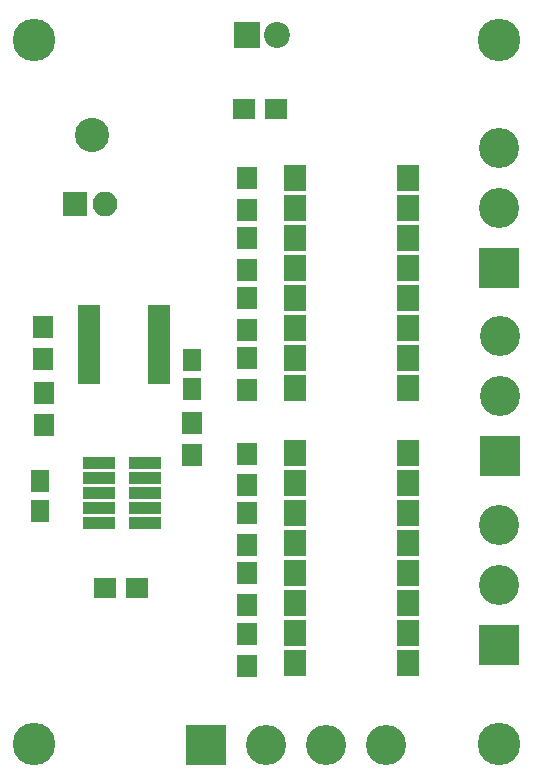
<source format=gts>
G04 #@! TF.GenerationSoftware,KiCad,Pcbnew,(5.0.0)*
G04 #@! TF.CreationDate,2018-10-17T22:36:33+03:00*
G04 #@! TF.ProjectId,psg14_emu,70736731345F656D752E6B696361645F,rev?*
G04 #@! TF.SameCoordinates,Original*
G04 #@! TF.FileFunction,Soldermask,Top*
G04 #@! TF.FilePolarity,Negative*
%FSLAX46Y46*%
G04 Gerber Fmt 4.6, Leading zero omitted, Abs format (unit mm)*
G04 Created by KiCad (PCBNEW (5.0.0)) date 10/17/18 22:36:33*
%MOMM*%
%LPD*%
G01*
G04 APERTURE LIST*
%ADD10R,1.850000X0.850000*%
%ADD11R,1.900000X2.180000*%
%ADD12R,2.800000X1.140000*%
%ADD13R,1.650000X1.900000*%
%ADD14C,3.400000*%
%ADD15R,3.400000X3.400000*%
%ADD16C,2.200000*%
%ADD17R,2.200000X2.200000*%
%ADD18C,2.900000*%
%ADD19C,3.600000*%
%ADD20O,2.100000X2.100000*%
%ADD21R,2.100000X2.100000*%
%ADD22R,1.700000X1.900000*%
%ADD23R,1.900000X1.700000*%
G04 APERTURE END LIST*
D10*
G04 #@! TO.C,U1*
X69650000Y-53775000D03*
X69650000Y-53125000D03*
X69650000Y-52475000D03*
X69650000Y-51825000D03*
X69650000Y-51175000D03*
X69650000Y-50525000D03*
X69650000Y-49875000D03*
X69650000Y-49225000D03*
X69650000Y-48575000D03*
X69650000Y-47925000D03*
X75550000Y-47925000D03*
X75550000Y-48575000D03*
X75550000Y-49225000D03*
X75550000Y-49875000D03*
X75550000Y-50525000D03*
X75550000Y-51175000D03*
X75550000Y-51825000D03*
X75550000Y-52475000D03*
X75550000Y-53125000D03*
X75550000Y-53775000D03*
G04 #@! TD*
D11*
G04 #@! TO.C,U2*
X87135000Y-36760000D03*
X96665000Y-54540000D03*
X87135000Y-39300000D03*
X96665000Y-52000000D03*
X87135000Y-41840000D03*
X96665000Y-49460000D03*
X87135000Y-44380000D03*
X96665000Y-46920000D03*
X87135000Y-46920000D03*
X96665000Y-44380000D03*
X87135000Y-49460000D03*
X96665000Y-41840000D03*
X87135000Y-52000000D03*
X96665000Y-39300000D03*
X87135000Y-54540000D03*
X96665000Y-36760000D03*
G04 #@! TD*
G04 #@! TO.C,U3*
X96665000Y-60060000D03*
X87135000Y-77840000D03*
X96665000Y-62600000D03*
X87135000Y-75300000D03*
X96665000Y-65140000D03*
X87135000Y-72760000D03*
X96665000Y-67680000D03*
X87135000Y-70220000D03*
X96665000Y-70220000D03*
X87135000Y-67680000D03*
X96665000Y-72760000D03*
X87135000Y-65140000D03*
X96665000Y-75300000D03*
X87135000Y-62600000D03*
X96665000Y-77840000D03*
X87135000Y-60060000D03*
G04 #@! TD*
D12*
G04 #@! TO.C,J3*
X74400000Y-65990000D03*
X70500000Y-65990000D03*
X74400000Y-64720000D03*
X70500000Y-64720000D03*
X74400000Y-63450000D03*
X70500000Y-63450000D03*
X74400000Y-62180000D03*
X70500000Y-62180000D03*
X74400000Y-60910000D03*
X70500000Y-60910000D03*
G04 #@! TD*
D13*
G04 #@! TO.C,C1*
X78350000Y-52150000D03*
X78350000Y-54650000D03*
G04 #@! TD*
G04 #@! TO.C,C2*
X65500000Y-64950000D03*
X65500000Y-62450000D03*
G04 #@! TD*
D14*
G04 #@! TO.C,J4*
X104400000Y-34220000D03*
X104400000Y-39300000D03*
D15*
X104400000Y-44380000D03*
G04 #@! TD*
G04 #@! TO.C,J5*
X104450000Y-60350000D03*
D14*
X104450000Y-55270000D03*
X104450000Y-50190000D03*
G04 #@! TD*
G04 #@! TO.C,J6*
X104400000Y-66160000D03*
X104400000Y-71240000D03*
D15*
X104400000Y-76320000D03*
G04 #@! TD*
D14*
G04 #@! TO.C,J1*
X94840000Y-84750000D03*
D15*
X79600000Y-84750000D03*
D14*
X89760000Y-84750000D03*
X84680000Y-84750000D03*
G04 #@! TD*
D16*
G04 #@! TO.C,D1*
X85590000Y-24700000D03*
D17*
X83050000Y-24700000D03*
G04 #@! TD*
D18*
G04 #@! TO.C,MH1*
X69900000Y-33100000D03*
G04 #@! TD*
D19*
G04 #@! TO.C,MH2*
X65000000Y-25100000D03*
G04 #@! TD*
G04 #@! TO.C,MH3*
X104400000Y-84700000D03*
G04 #@! TD*
G04 #@! TO.C,MH4*
X104400000Y-25100000D03*
G04 #@! TD*
G04 #@! TO.C,MH5*
X65000000Y-84700000D03*
G04 #@! TD*
D20*
G04 #@! TO.C,J2*
X71040000Y-38950000D03*
D21*
X68500000Y-38950000D03*
G04 #@! TD*
D22*
G04 #@! TO.C,R3*
X65850000Y-54950000D03*
X65850000Y-57650000D03*
G04 #@! TD*
G04 #@! TO.C,R9*
X83050000Y-52000000D03*
X83050000Y-54700000D03*
G04 #@! TD*
G04 #@! TO.C,R13*
X83050000Y-78050000D03*
X83050000Y-75350000D03*
G04 #@! TD*
G04 #@! TO.C,R12*
X83050000Y-70200000D03*
X83050000Y-72900000D03*
G04 #@! TD*
G04 #@! TO.C,R11*
X83050000Y-67850000D03*
X83050000Y-65150000D03*
G04 #@! TD*
G04 #@! TO.C,R10*
X83050000Y-60100000D03*
X83050000Y-62800000D03*
G04 #@! TD*
G04 #@! TO.C,R8*
X83050000Y-49650000D03*
X83050000Y-46950000D03*
G04 #@! TD*
G04 #@! TO.C,R7*
X83050000Y-41850000D03*
X83050000Y-44550000D03*
G04 #@! TD*
G04 #@! TO.C,R6*
X83050000Y-39450000D03*
X83050000Y-36750000D03*
G04 #@! TD*
D23*
G04 #@! TO.C,R5*
X85500000Y-30900000D03*
X82800000Y-30900000D03*
G04 #@! TD*
D22*
G04 #@! TO.C,R4*
X65800000Y-52100000D03*
X65800000Y-49400000D03*
G04 #@! TD*
G04 #@! TO.C,R1*
X78400000Y-60200000D03*
X78400000Y-57500000D03*
G04 #@! TD*
D23*
G04 #@! TO.C,R2*
X73750000Y-71450000D03*
X71050000Y-71450000D03*
G04 #@! TD*
M02*

</source>
